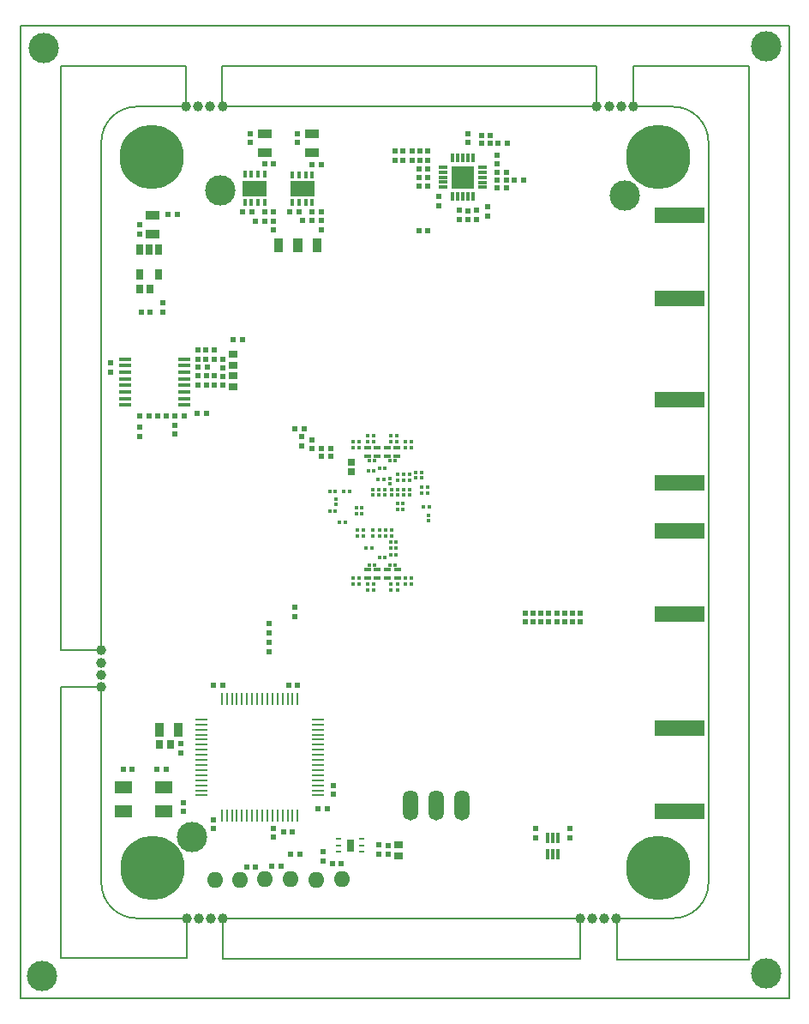
<source format=gbs>
G04 (created by PCBNEW (2013-june-11)-stable) date Tue 10 Oct 2017 05:17:01 PM CEST*
%MOIN*%
G04 Gerber Fmt 3.4, Leading zero omitted, Abs format*
%FSLAX34Y34*%
G01*
G70*
G90*
G04 APERTURE LIST*
%ADD10C,0.00590551*%
%ADD11C,0.00787402*%
%ADD12C,0.0393701*%
%ADD13R,0.0511811X0.015748*%
%ADD14R,0.023622X0.00984252*%
%ADD15R,0.0295276X0.0472441*%
%ADD16R,0.023437X0.023437*%
%ADD17R,0.0354X0.0551*%
%ADD18R,0.0551X0.0354*%
%ADD19R,0.0925197X0.0629921*%
%ADD20R,0.011811X0.0255906*%
%ADD21C,0.25*%
%ADD22R,0.035337X0.031437*%
%ADD23R,0.0118X0.0374*%
%ADD24R,0.0374X0.0118*%
%ADD25R,0.0886X0.0886*%
%ADD26R,0.031437X0.035337*%
%ADD27R,0.011811X0.0389764*%
%ADD28O,0.06X0.1179*%
%ADD29R,0.0708661X0.0472441*%
%ADD30R,0.0106299X0.046063*%
%ADD31R,0.046063X0.0106299*%
%ADD32R,0.0275591X0.0393701*%
%ADD33R,0.19685X0.0589*%
%ADD34R,0.0195X0.0195*%
%ADD35R,0.011811X0.0137795*%
%ADD36R,0.0137795X0.011811*%
%ADD37R,0.0259X0.014*%
%ADD38R,0.0273X0.0273*%
%ADD39O,0.0629921X0.0629921*%
%ADD40C,0.11811*%
G04 APERTURE END LIST*
G54D10*
G54D11*
X40574Y-57658D02*
X40583Y-57658D01*
X40574Y-19850D02*
X40574Y-57658D01*
X40575Y-19849D02*
X40575Y-19862D01*
X70460Y-19849D02*
X40575Y-19849D01*
X70460Y-19868D02*
X70460Y-19849D01*
X70460Y-57658D02*
X70460Y-19868D01*
X40575Y-57658D02*
X70460Y-57658D01*
X68894Y-23267D02*
X68906Y-23267D01*
X68890Y-53390D02*
X68902Y-53390D01*
X43087Y-57659D02*
X43087Y-57647D01*
X40561Y-53217D02*
X40573Y-53217D01*
X40565Y-23094D02*
X40577Y-23094D01*
X68472Y-19849D02*
X68472Y-19861D01*
X44228Y-19839D02*
X44228Y-19851D01*
X42134Y-45546D02*
X42132Y-45546D01*
X42134Y-56091D02*
X42134Y-45546D01*
X47037Y-56091D02*
X42134Y-56091D01*
X42132Y-45546D02*
X42132Y-56028D01*
X42140Y-44129D02*
X42137Y-44129D01*
X42140Y-21415D02*
X42140Y-44129D01*
X47009Y-21415D02*
X42140Y-21415D01*
X48421Y-21415D02*
X48421Y-21427D01*
X62986Y-21415D02*
X48421Y-21415D01*
X64402Y-21424D02*
X64402Y-21430D01*
X68891Y-21424D02*
X64402Y-21424D01*
X68891Y-56132D02*
X68891Y-21424D01*
X68891Y-56134D02*
X63758Y-56134D01*
X68891Y-53037D02*
X68891Y-56134D01*
X48452Y-56093D02*
X48452Y-56096D01*
X62337Y-56110D02*
X48453Y-56110D01*
X63753Y-54537D02*
X63753Y-54539D01*
X65949Y-54537D02*
X63753Y-54537D01*
X48423Y-22989D02*
X48423Y-22991D01*
X62988Y-22989D02*
X48423Y-22989D01*
X64404Y-22993D02*
X64404Y-22989D01*
X65944Y-22993D02*
X64404Y-22993D01*
X47009Y-22991D02*
X45088Y-22991D01*
X47037Y-54537D02*
X47037Y-54538D01*
X45099Y-54537D02*
X47037Y-54537D01*
X63759Y-56135D02*
X63759Y-54560D01*
X62336Y-56109D02*
X62336Y-54534D01*
X62337Y-54539D02*
X54171Y-54539D01*
X63754Y-54538D02*
X63754Y-54539D01*
X62986Y-22990D02*
X62986Y-21415D01*
X64402Y-23001D02*
X64402Y-21426D01*
X64403Y-22990D02*
X64403Y-22989D01*
X48453Y-54536D02*
X48453Y-54537D01*
X59734Y-54536D02*
X48453Y-54536D01*
X43713Y-45545D02*
X43715Y-45545D01*
X43713Y-53156D02*
X43713Y-45545D01*
X43714Y-44133D02*
X43715Y-44133D01*
X43714Y-24370D02*
X43714Y-44133D01*
X48424Y-22992D02*
X48424Y-22991D01*
X43722Y-44129D02*
X42147Y-44129D01*
X43704Y-45546D02*
X42129Y-45546D01*
X47035Y-56091D02*
X47035Y-54516D01*
X48452Y-56109D02*
X48452Y-54534D01*
X48421Y-22997D02*
X48421Y-21422D01*
X47007Y-22992D02*
X47007Y-21417D01*
X43713Y-53157D02*
G75*
G03X45091Y-54535I1377J0D01*
G74*
G01*
X65950Y-54536D02*
G75*
G03X67328Y-53158I0J1377D01*
G74*
G01*
X45091Y-22991D02*
G75*
G03X43713Y-24369I0J-1377D01*
G74*
G01*
X67327Y-24370D02*
G75*
G03X65949Y-22992I-1377J0D01*
G74*
G01*
X67328Y-24372D02*
X67328Y-53149D01*
G54D12*
X62810Y-54539D03*
X62338Y-54539D03*
X63282Y-54539D03*
X63754Y-54539D03*
X64403Y-22989D03*
X63931Y-22989D03*
X62987Y-22989D03*
X63459Y-22989D03*
X48453Y-54537D03*
X47981Y-54537D03*
X47037Y-54537D03*
X47509Y-54537D03*
X47480Y-22991D03*
X47008Y-22991D03*
X47952Y-22991D03*
X48424Y-22991D03*
X43716Y-44601D03*
X43716Y-44129D03*
X43716Y-45073D03*
X43716Y-45545D03*
G54D13*
X44643Y-33821D03*
X44643Y-33565D03*
X44643Y-34077D03*
X44643Y-34333D03*
X44643Y-34589D03*
X44643Y-33309D03*
X44643Y-33053D03*
X44643Y-32797D03*
X46927Y-34589D03*
X46927Y-32797D03*
X46927Y-33053D03*
X46927Y-33309D03*
X46927Y-34333D03*
X46927Y-34077D03*
X46927Y-33565D03*
X46927Y-33821D03*
G54D14*
X52942Y-51445D03*
X52942Y-51701D03*
X52942Y-51956D03*
X53847Y-51956D03*
X53847Y-51701D03*
X53847Y-51445D03*
G54D15*
X53394Y-51701D03*
G54D16*
X52263Y-27412D03*
X52263Y-27766D03*
X51909Y-27412D03*
X51555Y-27412D03*
X50066Y-27440D03*
X49712Y-27440D03*
X49558Y-27087D03*
X49204Y-27087D03*
X50067Y-25216D03*
X50421Y-25216D03*
X49491Y-24034D03*
X49491Y-24388D03*
X50421Y-27442D03*
X50421Y-27796D03*
X51909Y-25236D03*
X52263Y-25236D03*
X51344Y-24042D03*
X51344Y-24396D03*
X51401Y-27087D03*
X51047Y-27087D03*
X50066Y-27093D03*
X50420Y-27093D03*
X51913Y-27085D03*
X52267Y-27085D03*
G54D17*
X51360Y-28372D03*
X50610Y-28372D03*
X51350Y-28372D03*
X52100Y-28372D03*
G54D18*
X50064Y-24033D03*
X50064Y-24783D03*
X51913Y-24041D03*
X51913Y-24791D03*
G54D19*
X49682Y-26166D03*
G54D20*
X49554Y-25625D03*
X49810Y-25625D03*
X50066Y-25625D03*
X49298Y-25625D03*
X49298Y-26707D03*
X50066Y-26707D03*
X49810Y-26707D03*
X49554Y-26707D03*
G54D19*
X51529Y-26174D03*
G54D20*
X51401Y-25633D03*
X51657Y-25633D03*
X51913Y-25633D03*
X51145Y-25633D03*
X51145Y-26715D03*
X51913Y-26715D03*
X51657Y-26715D03*
X51401Y-26715D03*
G54D21*
X45694Y-52573D03*
X65381Y-52572D03*
G54D16*
X47470Y-32443D03*
X47470Y-32797D03*
X47795Y-33815D03*
X47795Y-33461D03*
X47468Y-33815D03*
X47468Y-33461D03*
X48118Y-33461D03*
X48118Y-33815D03*
X46923Y-35018D03*
X46569Y-35018D03*
X45568Y-35018D03*
X45214Y-35018D03*
X49203Y-32051D03*
X48849Y-32051D03*
X46251Y-35018D03*
X45897Y-35018D03*
X46569Y-35364D03*
X46569Y-35718D03*
X47451Y-34908D03*
X47805Y-34908D03*
X47824Y-33124D03*
X47470Y-33124D03*
X44068Y-32956D03*
X44068Y-33310D03*
X48104Y-32797D03*
X48104Y-32443D03*
X47783Y-32797D03*
X47783Y-32443D03*
X45216Y-35445D03*
X45216Y-35799D03*
X48439Y-33819D03*
X48439Y-33465D03*
X48443Y-32799D03*
X48443Y-33153D03*
G54D22*
X48846Y-32607D03*
X48846Y-33037D03*
X48850Y-33460D03*
X48850Y-33890D03*
G54D23*
X58160Y-24974D03*
X57964Y-24974D03*
X57767Y-24974D03*
X57570Y-24974D03*
X57373Y-24974D03*
G54D24*
X57011Y-25336D03*
X57011Y-25533D03*
X57011Y-25730D03*
X57011Y-25927D03*
X57011Y-26123D03*
G54D23*
X57373Y-26490D03*
X57570Y-26490D03*
X57767Y-26490D03*
X57964Y-26490D03*
X58160Y-26490D03*
G54D24*
X58527Y-26127D03*
X58527Y-25931D03*
X58527Y-25734D03*
X58527Y-25537D03*
X58527Y-25340D03*
G54D25*
X57770Y-25734D03*
G54D16*
X59112Y-26154D03*
X59466Y-26154D03*
X59508Y-24410D03*
X59154Y-24410D03*
X58844Y-24100D03*
X58490Y-24100D03*
X58844Y-24404D03*
X58490Y-24404D03*
X59112Y-25536D03*
X59466Y-25536D03*
X56830Y-26830D03*
X56830Y-26476D03*
X56057Y-25730D03*
X56411Y-25730D03*
X57972Y-27030D03*
X57972Y-27384D03*
X58307Y-27028D03*
X58307Y-27382D03*
X57640Y-27028D03*
X57640Y-27382D03*
X56411Y-25406D03*
X56057Y-25406D03*
X57964Y-24389D03*
X57964Y-24035D03*
X59110Y-25220D03*
X59110Y-24866D03*
X58740Y-27242D03*
X58740Y-26888D03*
X56057Y-26063D03*
X56411Y-26063D03*
X59466Y-25841D03*
X59112Y-25841D03*
X60142Y-25841D03*
X59788Y-25841D03*
X55122Y-25071D03*
X55122Y-24717D03*
X55791Y-25073D03*
X55437Y-25073D03*
X55797Y-24723D03*
X55443Y-24723D03*
X56100Y-25075D03*
X56100Y-24721D03*
X56409Y-25075D03*
X56409Y-24721D03*
X56063Y-27822D03*
X56417Y-27822D03*
X52137Y-50267D03*
X52491Y-50267D03*
X50255Y-43436D03*
X50255Y-43082D03*
X50244Y-43811D03*
X50244Y-44165D03*
X51346Y-45480D03*
X50992Y-45480D03*
X48436Y-45492D03*
X48082Y-45492D03*
X48071Y-50700D03*
X48071Y-51054D03*
X50800Y-51190D03*
X51154Y-51190D03*
X54866Y-51697D03*
X54866Y-52051D03*
X54517Y-51694D03*
X54517Y-52048D03*
X44920Y-48741D03*
X44566Y-48741D03*
X46917Y-50040D03*
X46917Y-50394D03*
X52349Y-51957D03*
X52349Y-52311D03*
X60606Y-51413D03*
X60606Y-51059D03*
X61951Y-51410D03*
X61951Y-51056D03*
X46790Y-47762D03*
X46790Y-48116D03*
X45881Y-48758D03*
X46235Y-48758D03*
X50401Y-51389D03*
X50401Y-51035D03*
G54D22*
X55282Y-51696D03*
X55282Y-52126D03*
G54D26*
X46415Y-47767D03*
X45985Y-47767D03*
G54D17*
X45968Y-47220D03*
X46718Y-47220D03*
G54D27*
X61087Y-51411D03*
X61284Y-51411D03*
X61480Y-51411D03*
X61480Y-52040D03*
X61284Y-52040D03*
X61087Y-52040D03*
G54D28*
X57734Y-50153D03*
X55734Y-50153D03*
X56734Y-50153D03*
G54D29*
X44568Y-49447D03*
X46143Y-49447D03*
X46143Y-50392D03*
X44568Y-50392D03*
G54D30*
X51350Y-50549D03*
X51153Y-50549D03*
X50956Y-50549D03*
X50760Y-50549D03*
X50563Y-50549D03*
X50366Y-50549D03*
X50169Y-50549D03*
X49972Y-50549D03*
X48397Y-50549D03*
X48594Y-50549D03*
X48791Y-50549D03*
X48988Y-50549D03*
X49185Y-50549D03*
X49382Y-50549D03*
X49578Y-50549D03*
X49775Y-50549D03*
G54D31*
X52138Y-48384D03*
X52138Y-48581D03*
X52138Y-48777D03*
X52138Y-48974D03*
X52138Y-49171D03*
X52138Y-49368D03*
X52138Y-49565D03*
X52138Y-49762D03*
X52138Y-48187D03*
X52138Y-47990D03*
X52138Y-47793D03*
X52138Y-47596D03*
X52138Y-47399D03*
X52138Y-47203D03*
X52138Y-47006D03*
X52138Y-46809D03*
G54D30*
X49775Y-46021D03*
X49578Y-46021D03*
X49382Y-46021D03*
X49185Y-46021D03*
X48988Y-46021D03*
X48791Y-46021D03*
X48594Y-46021D03*
X48397Y-46021D03*
X49972Y-46021D03*
X50169Y-46021D03*
X50366Y-46021D03*
X50563Y-46021D03*
X50760Y-46021D03*
X50956Y-46021D03*
X51153Y-46021D03*
X51350Y-46021D03*
G54D31*
X47610Y-46809D03*
X47610Y-47006D03*
X47610Y-47203D03*
X47610Y-47399D03*
X47610Y-47596D03*
X47610Y-47793D03*
X47610Y-47990D03*
X47610Y-48187D03*
X47610Y-49762D03*
X47610Y-49565D03*
X47610Y-49368D03*
X47610Y-49171D03*
X47610Y-48974D03*
X47610Y-48777D03*
X47610Y-48581D03*
X47610Y-48384D03*
G54D16*
X61118Y-43019D03*
X61118Y-42665D03*
X60811Y-43019D03*
X60811Y-42665D03*
X60503Y-43019D03*
X60503Y-42665D03*
X60196Y-43019D03*
X60196Y-42665D03*
X62346Y-43019D03*
X62346Y-42665D03*
X62039Y-43019D03*
X62039Y-42665D03*
X61732Y-43019D03*
X61732Y-42665D03*
X61425Y-43019D03*
X61425Y-42665D03*
X51240Y-42799D03*
X51240Y-42445D03*
X45193Y-27944D03*
X45193Y-27590D03*
X46106Y-30614D03*
X46106Y-30968D03*
X46315Y-27196D03*
X46669Y-27196D03*
G54D26*
X45189Y-30079D03*
X45619Y-30079D03*
G54D18*
X45703Y-27197D03*
X45703Y-27947D03*
G54D32*
X45194Y-29498D03*
X45942Y-29498D03*
X45942Y-28553D03*
X45194Y-28553D03*
X45568Y-28553D03*
G54D16*
X49366Y-52535D03*
X49720Y-52535D03*
X53047Y-52417D03*
X52693Y-52417D03*
X52740Y-49724D03*
X52740Y-49370D03*
X50704Y-52507D03*
X50350Y-52507D03*
X51428Y-52039D03*
X51074Y-52039D03*
G54D21*
X45676Y-24956D03*
X65363Y-24955D03*
G54D33*
X66221Y-30430D03*
X66221Y-27201D03*
G54D34*
X52273Y-36285D03*
X52627Y-36285D03*
X51247Y-35520D03*
X51601Y-35520D03*
X52273Y-36590D03*
X52627Y-36590D03*
G54D35*
X54530Y-37031D03*
X54747Y-37031D03*
X53521Y-41553D03*
X53738Y-41553D03*
G54D36*
X56451Y-38873D03*
X56451Y-39090D03*
G54D37*
X54057Y-36243D03*
X54057Y-36583D03*
X54435Y-36243D03*
X54435Y-36583D03*
X54841Y-36243D03*
X54841Y-36583D03*
X55218Y-36243D03*
X55218Y-36583D03*
G54D36*
X55226Y-37877D03*
X55226Y-38094D03*
X55463Y-37503D03*
X55463Y-37287D03*
X55463Y-37877D03*
X55463Y-38094D03*
X55699Y-37503D03*
X55699Y-37287D03*
X55699Y-37877D03*
X55699Y-38094D03*
G54D35*
X54488Y-37474D03*
X54705Y-37474D03*
G54D36*
X54951Y-37661D03*
X54951Y-37444D03*
G54D35*
X54311Y-37159D03*
X54095Y-37159D03*
G54D36*
X54282Y-37877D03*
X54282Y-38094D03*
X54518Y-37877D03*
X54518Y-38094D03*
X54990Y-37877D03*
X54990Y-38094D03*
X54754Y-37877D03*
X54754Y-38094D03*
G54D35*
X55453Y-38419D03*
X55236Y-38419D03*
X55453Y-38655D03*
X55236Y-38655D03*
G54D36*
X56171Y-37425D03*
X56171Y-37208D03*
X55935Y-37425D03*
X55935Y-37208D03*
G54D35*
X56398Y-37789D03*
X56181Y-37789D03*
X56398Y-38025D03*
X56181Y-38025D03*
G54D36*
X55226Y-37503D03*
X55226Y-37287D03*
G54D35*
X55543Y-36243D03*
X55759Y-36243D03*
X53738Y-36244D03*
X53521Y-36244D03*
X55759Y-36007D03*
X55543Y-36007D03*
X53521Y-36007D03*
X53738Y-36007D03*
G54D36*
X55219Y-36011D03*
X55219Y-35794D03*
X54983Y-36011D03*
X54983Y-35794D03*
G54D38*
X53455Y-36824D03*
X53455Y-37178D03*
G54D35*
X53153Y-37953D03*
X53369Y-37953D03*
X52601Y-37953D03*
X52818Y-37953D03*
X52818Y-38701D03*
X52601Y-38701D03*
G54D36*
X52828Y-38455D03*
X52828Y-38239D03*
X53892Y-39670D03*
X53892Y-39453D03*
X53656Y-39670D03*
X53656Y-39453D03*
G54D35*
X54236Y-40152D03*
X54020Y-40152D03*
G54D36*
X54994Y-39670D03*
X54994Y-39453D03*
X54758Y-39670D03*
X54758Y-39453D03*
X54522Y-39670D03*
X54522Y-39453D03*
X54286Y-39670D03*
X54286Y-39453D03*
G54D35*
X54968Y-40400D03*
X55185Y-40400D03*
X54965Y-39916D03*
X55181Y-39916D03*
X54965Y-40152D03*
X55181Y-40152D03*
G54D37*
X55223Y-41317D03*
X55223Y-40977D03*
X54845Y-41317D03*
X54845Y-40977D03*
X54062Y-41318D03*
X54062Y-40978D03*
X54438Y-41318D03*
X54438Y-40978D03*
G54D36*
X54988Y-41548D03*
X54988Y-41765D03*
X54060Y-41548D03*
X54060Y-41765D03*
G54D35*
X55542Y-41316D03*
X55759Y-41316D03*
X53738Y-41317D03*
X53521Y-41317D03*
X55759Y-41554D03*
X55542Y-41554D03*
G54D36*
X55224Y-41549D03*
X55224Y-41766D03*
G54D35*
X53626Y-38583D03*
X53843Y-38583D03*
X53626Y-38819D03*
X53843Y-38819D03*
X53204Y-39145D03*
X52987Y-39145D03*
X56252Y-38544D03*
X56469Y-38544D03*
X54749Y-40528D03*
X54532Y-40528D03*
G54D36*
X54297Y-41548D03*
X54297Y-41765D03*
X54056Y-36011D03*
X54056Y-35794D03*
X54292Y-36011D03*
X54292Y-35794D03*
G54D16*
X51519Y-36183D03*
X51519Y-35829D03*
X51906Y-36287D03*
X51906Y-35933D03*
G54D33*
X66221Y-37598D03*
X66221Y-34369D03*
X66217Y-42708D03*
X66217Y-39479D03*
X66220Y-50386D03*
X66220Y-47157D03*
G54D16*
X45267Y-30968D03*
X45621Y-30968D03*
G54D39*
X48147Y-53035D03*
X49120Y-53035D03*
X50061Y-53027D03*
X51056Y-53026D03*
X52063Y-53030D03*
X53075Y-53027D03*
G54D40*
X47254Y-51364D03*
X47254Y-51364D03*
X48328Y-26249D03*
X48328Y-26249D03*
X64073Y-26458D03*
X64073Y-26458D03*
X41468Y-20713D03*
X41468Y-20713D03*
X69585Y-20640D03*
X69585Y-20640D03*
X69587Y-56693D03*
X69587Y-56693D03*
X41419Y-56784D03*
X41419Y-56784D03*
G54D35*
X54355Y-40797D03*
X54138Y-40797D03*
X54137Y-36762D03*
X54354Y-36762D03*
X55143Y-40798D03*
X54926Y-40798D03*
X54925Y-36761D03*
X55142Y-36761D03*
M02*

</source>
